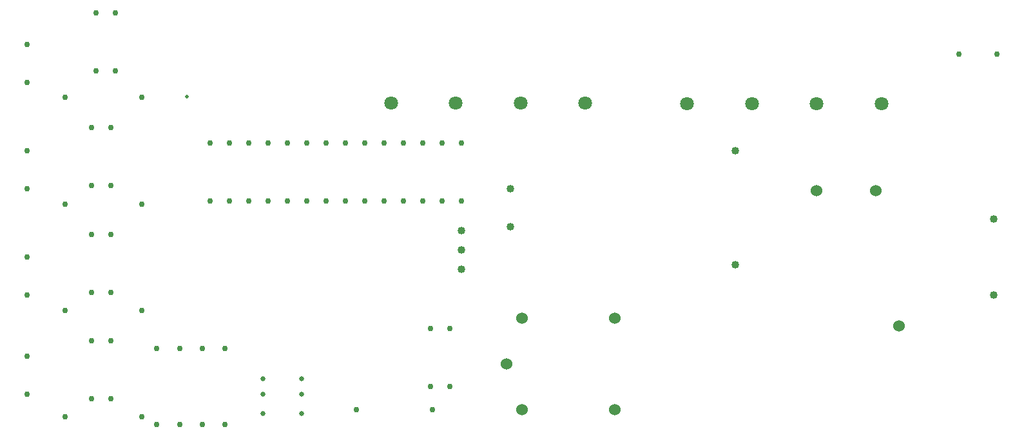
<source format=gbr>
G04 PROTEUS GERBER X2 FILE*
%TF.GenerationSoftware,Labcenter,Proteus,8.17-SP2-Build37159*%
%TF.CreationDate,2025-10-20T01:17:28+00:00*%
%TF.FileFunction,Plated,1,2,PTH*%
%TF.FilePolarity,Positive*%
%TF.Part,Single*%
%TF.SameCoordinates,{dfd261b3-5dba-4516-bcbd-5d7d19192189}*%
%FSLAX45Y45*%
%MOMM*%
G01*
%TA.AperFunction,ViaDrill*%
%ADD45C,0.508000*%
%TA.AperFunction,ComponentDrill*%
%ADD46C,0.762000*%
%TA.AperFunction,ComponentDrill*%
%ADD47C,1.800000*%
%TA.AperFunction,ComponentDrill*%
%ADD48C,1.524000*%
%ADD49C,1.016000*%
%TA.AperFunction,ComponentDrill*%
%ADD50C,0.635000*%
%TD.AperFunction*%
D45*
X-7900000Y+1710000D03*
D46*
X+2740000Y+2270000D03*
X+2240000Y+2270000D03*
D47*
X-1330000Y+1620000D03*
X-480000Y+1620000D03*
X+370000Y+1620000D03*
X+1220000Y+1620000D03*
D48*
X+1450000Y-1300000D03*
D49*
X+2700000Y+100000D03*
X+2700000Y-900000D03*
D48*
X+370000Y+480000D03*
X+1150000Y+480000D03*
D49*
X-3650000Y+0D03*
X-3650000Y+500000D03*
X-700000Y-500000D03*
X-700000Y+1000000D03*
X-4300000Y-554000D03*
X-4300000Y-300000D03*
X-4300000Y-46000D03*
D48*
X-3500000Y-1200000D03*
X-3500000Y-2400000D03*
X-3700000Y-1800000D03*
X-2280000Y-1200000D03*
X-2280000Y-2400000D03*
D46*
X-7597460Y+338000D03*
X-7343460Y+338000D03*
X-7089460Y+338000D03*
X-6835460Y+338000D03*
X-6581460Y+338000D03*
X-6327460Y+338000D03*
X-6073460Y+338000D03*
X-5819460Y+338000D03*
X-5565460Y+338000D03*
X-5311460Y+338000D03*
X-5057460Y+338000D03*
X-4803460Y+338000D03*
X-4549460Y+338000D03*
X-4295460Y+338000D03*
X-4298000Y+1100000D03*
X-4552000Y+1100000D03*
X-4806000Y+1100000D03*
X-5060000Y+1100000D03*
X-5314000Y+1100000D03*
X-5568000Y+1100000D03*
X-5822000Y+1100000D03*
X-6076000Y+1100000D03*
X-6330000Y+1100000D03*
X-6584000Y+1100000D03*
X-6838000Y+1100000D03*
X-7092000Y+1100000D03*
X-7346000Y+1100000D03*
X-7600000Y+1100000D03*
X-10000000Y+1900000D03*
X-10000000Y+2400000D03*
X-10000000Y+500000D03*
X-10000000Y+1000000D03*
X-10000000Y-900000D03*
X-10000000Y-400000D03*
X-10000000Y-2200000D03*
X-10000000Y-1700000D03*
X-8500000Y+1700000D03*
X-9500000Y+1700000D03*
X-8500000Y+300000D03*
X-9500000Y+300000D03*
X-8500000Y-1100000D03*
X-9500000Y-1100000D03*
X-8500000Y-2500000D03*
X-9500000Y-2500000D03*
X-9160000Y+540000D03*
X-8906000Y+540000D03*
X-8906000Y+1302000D03*
X-9160000Y+1302000D03*
X-9154000Y-862000D03*
X-8900000Y-862000D03*
X-8900000Y-100000D03*
X-9154000Y-100000D03*
X-9154000Y-2262000D03*
X-8900000Y-2262000D03*
X-8900000Y-1500000D03*
X-9154000Y-1500000D03*
X-8300000Y-1600000D03*
X-8300000Y-2600000D03*
X-8000000Y-1600000D03*
X-8000000Y-2600000D03*
X-7700000Y-1600000D03*
X-7700000Y-2600000D03*
X-7400000Y-1600000D03*
X-7400000Y-2600000D03*
X-4700000Y-2100000D03*
X-4446000Y-2100000D03*
X-4446000Y-1338000D03*
X-4700000Y-1338000D03*
D50*
X-6900000Y-2000000D03*
X-6400000Y-2000000D03*
X-6900000Y-2200000D03*
X-6900000Y-2450000D03*
X-6400000Y-2200000D03*
X-6400000Y-2450000D03*
D47*
X-5220000Y+1630000D03*
X-4370000Y+1630000D03*
X-3520000Y+1630000D03*
X-2670000Y+1630000D03*
D46*
X-9100000Y+2050000D03*
X-8846000Y+2050000D03*
X-8846000Y+2812000D03*
X-9100000Y+2812000D03*
X-5680000Y-2400000D03*
X-4680000Y-2400000D03*
M02*

</source>
